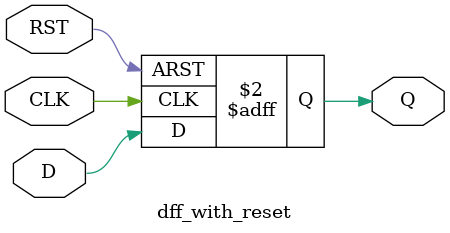
<source format=v>
module dff_with_reset (
    input D,
    input CLK,
    input RST,
    output reg Q
);

    always @(posedge CLK, posedge RST)
    begin
        if (RST) // asynchronous reset
            Q <= 0;
        else // clocked behavior
            Q <= D;
    end

endmodule
</source>
